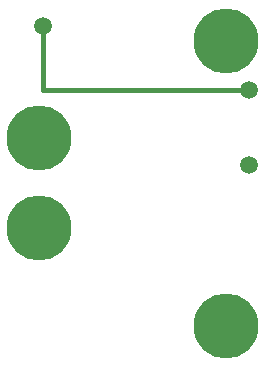
<source format=gbr>
G75*
%MOIN*%
%OFA0B0*%
%FSLAX24Y24*%
%IPPOS*%
%LPD*%
%AMOC8*
5,1,8,0,0,1.08239X$1,22.5*
%
%ADD10C,0.0591*%
%ADD11C,0.0160*%
%ADD12C,0.2165*%
D10*
X009199Y007199D03*
X009199Y009699D03*
X002324Y011824D03*
D11*
X002324Y009699D01*
X009199Y009699D01*
D12*
X002199Y005074D03*
X002199Y008074D03*
X008449Y011324D03*
X008449Y001824D03*
M02*

</source>
